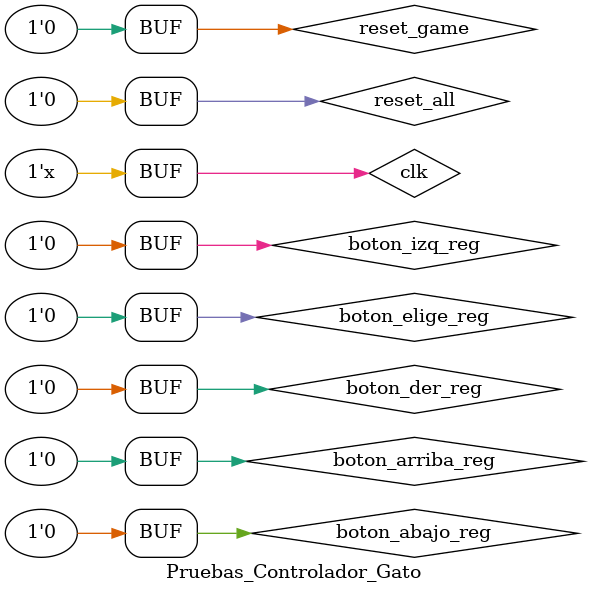
<source format=v>
`timescale 1ns / 1ps


module Pruebas_Controlador_Gato;

	// Inputs
	reg clk;
	reg reset_all;
	reg reset_game;
	reg boton_arriba_reg;
	reg boton_abajo_reg;
	reg boton_izq_reg;
	reg boton_der_reg;
	reg boton_elige_reg;

	// Outputs
	wire [3:0] cuadro;
	wire [3:0] circulo;
	wire [3:0] equis;
	wire [1:0] vertical;
	wire [1:0] horizontal;
	wire [1:0] cruzada;
	wire [2:0] state;
	wire turno_p1_wire;
	wire turno_p2_wire;
	wire win_game;
	wire loss_game;
	wire tie_game;

	// Instantiate the Unit Under Test (UUT)
	Controlador_Gato uut (
		.clk(clk), 
		.reset_all(reset_all), 
		.reset_game(reset_game), 
		.cuadro(cuadro), 
		.circulo(circulo), 
		.equis(equis), 
		.vertical(vertical), 
		.horizontal(horizontal), 
		.cruzada(cruzada), 
		.state(state), 
		.boton_arriba_reg(boton_arriba_reg), 
		.boton_abajo_reg(boton_abajo_reg), 
		.boton_izq_reg(boton_izq_reg), 
		.boton_der_reg(boton_der_reg), 
		.boton_elige_reg(boton_elige_reg), 
		.turno_p1_wire(turno_p1_wire), 
		.turno_p2_wire(turno_p2_wire), 
		.win_game(win_game), 
		.loss_game(loss_game), 
		.tie_game(tie_game)
	);
	
	always
		#5 clk = ~clk;

	initial begin
		// Initialize Inputs
		clk = 0;
		reset_all = 0;
		reset_game = 0;
		boton_arriba_reg = 0;
		boton_abajo_reg = 0;
		boton_izq_reg = 0;
		boton_der_reg = 0;
		boton_elige_reg = 0;

		#10;
		boton_arriba_reg = 0;
		boton_abajo_reg = 1;
		boton_izq_reg = 0;
		boton_der_reg = 0;
		boton_elige_reg = 0;
		
		#10;
		boton_arriba_reg = 0;
		boton_abajo_reg = 0;
		boton_izq_reg = 1;
		boton_der_reg = 0;
		boton_elige_reg = 0;
		
		#10;
		boton_arriba_reg = 0;
		boton_abajo_reg = 0;
		boton_izq_reg = 0;
		boton_der_reg = 0;
		boton_elige_reg = 1;
		
		#10;
		boton_arriba_reg = 0;
		boton_abajo_reg = 0;
		boton_izq_reg = 0;
		boton_der_reg = 1;
		boton_elige_reg = 0;
		
		#10;
		boton_arriba_reg = 1;
		boton_abajo_reg = 0;
		boton_izq_reg = 0;
		boton_der_reg = 0;
		boton_elige_reg = 0;
		
		#10;
		boton_arriba_reg = 0;
		boton_abajo_reg = 0;
		boton_izq_reg = 0;
		boton_der_reg = 0;
		boton_elige_reg = 1;
		
		#10;
		boton_arriba_reg = 0;
		boton_abajo_reg = 1;
		boton_izq_reg = 0;
		boton_der_reg = 0;
		boton_elige_reg = 0;
		
		#10;
		boton_arriba_reg = 0;
		boton_abajo_reg = 0;
		boton_izq_reg = 0;
		boton_der_reg = 0;
		boton_elige_reg = 1;
		
		#10;
		boton_arriba_reg = 1;
		boton_abajo_reg = 0;
		boton_izq_reg = 0;
		boton_der_reg = 0;
		boton_elige_reg = 0;
		
		#10;
		boton_arriba_reg = 0;
		boton_abajo_reg = 0;
		boton_izq_reg = 0;
		boton_der_reg = 0;
		boton_elige_reg = 0;
		
		#10;
		boton_arriba_reg = 1;
		boton_abajo_reg = 0;
		boton_izq_reg = 0;
		boton_der_reg = 0;
		boton_elige_reg = 0;
		
		#10;
		boton_arriba_reg = 0;
		boton_abajo_reg = 0;
		boton_izq_reg = 0;
		boton_der_reg = 0;
		boton_elige_reg = 1;
		
		#10;
		boton_arriba_reg = 0;
		boton_abajo_reg = 1;
		boton_izq_reg = 0;
		boton_der_reg = 0;
		boton_elige_reg = 0;
		
		#10;
		boton_arriba_reg = 0;
		boton_abajo_reg = 0;
		boton_izq_reg = 0;
		boton_der_reg = 1;
		boton_elige_reg = 0;
		
		#10;
		boton_arriba_reg = 0;
		boton_abajo_reg = 1;
		boton_izq_reg = 0;
		boton_der_reg = 0;
		boton_elige_reg = 0;
		
		#10;
		boton_arriba_reg = 0;
		boton_abajo_reg = 0;
		boton_izq_reg = 0;
		boton_der_reg = 0;
		boton_elige_reg = 1;
		
		#10;
		boton_arriba_reg = 0;
		boton_abajo_reg = 0;
		boton_izq_reg = 0;
		boton_der_reg = 0;
		boton_elige_reg = 0;

	end
      
endmodule

</source>
